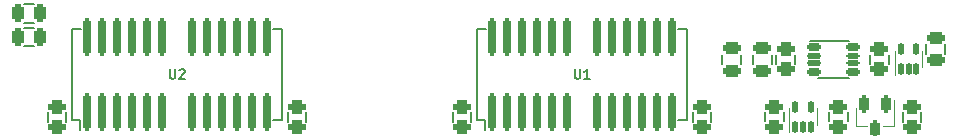
<source format=gto>
G04 #@! TF.GenerationSoftware,KiCad,Pcbnew,7.0.1-0*
G04 #@! TF.CreationDate,2023-11-01T19:37:55-04:00*
G04 #@! TF.ProjectId,GW4194,47573431-3934-42e6-9b69-6361645f7063,1.1-SOJ-DC*
G04 #@! TF.SameCoordinates,Original*
G04 #@! TF.FileFunction,Legend,Top*
G04 #@! TF.FilePolarity,Positive*
%FSLAX46Y46*%
G04 Gerber Fmt 4.6, Leading zero omitted, Abs format (unit mm)*
G04 Created by KiCad (PCBNEW 7.0.1-0) date 2023-11-01 19:37:55*
%MOMM*%
%LPD*%
G01*
G04 APERTURE LIST*
G04 Aperture macros list*
%AMRoundRect*
0 Rectangle with rounded corners*
0 $1 Rounding radius*
0 $2 $3 $4 $5 $6 $7 $8 $9 X,Y pos of 4 corners*
0 Add a 4 corners polygon primitive as box body*
4,1,4,$2,$3,$4,$5,$6,$7,$8,$9,$2,$3,0*
0 Add four circle primitives for the rounded corners*
1,1,$1+$1,$2,$3*
1,1,$1+$1,$4,$5*
1,1,$1+$1,$6,$7*
1,1,$1+$1,$8,$9*
0 Add four rect primitives between the rounded corners*
20,1,$1+$1,$2,$3,$4,$5,0*
20,1,$1+$1,$4,$5,$6,$7,0*
20,1,$1+$1,$6,$7,$8,$9,0*
20,1,$1+$1,$8,$9,$2,$3,0*%
G04 Aperture macros list end*
%ADD10C,0.203200*%
%ADD11C,0.152400*%
%ADD12C,0.120000*%
%ADD13C,0.200000*%
%ADD14C,0.127000*%
%ADD15RoundRect,0.312500X-0.437500X0.262500X-0.437500X-0.262500X0.437500X-0.262500X0.437500X0.262500X0*%
%ADD16RoundRect,0.312500X0.437500X-0.262500X0.437500X0.262500X-0.437500X0.262500X-0.437500X-0.262500X0*%
%ADD17C,0.952400*%
%ADD18RoundRect,0.520700X-0.444500X-0.825500X0.444500X-0.825500X0.444500X0.825500X-0.444500X0.825500X0*%
%ADD19RoundRect,0.262500X0.212500X0.487500X-0.212500X0.487500X-0.212500X-0.487500X0.212500X-0.487500X0*%
%ADD20RoundRect,0.262500X-0.212500X-0.487500X0.212500X-0.487500X0.212500X0.487500X-0.212500X0.487500X0*%
%ADD21RoundRect,0.262500X-0.487500X0.212500X-0.487500X-0.212500X0.487500X-0.212500X0.487500X0.212500X0*%
%ADD22RoundRect,0.140000X0.100000X-0.400000X0.100000X0.400000X-0.100000X0.400000X-0.100000X-0.400000X0*%
%ADD23RoundRect,0.250000X-0.200000X0.475000X-0.200000X-0.475000X0.200000X-0.475000X0.200000X0.475000X0*%
%ADD24RoundRect,0.262500X0.487500X-0.212500X0.487500X0.212500X-0.487500X0.212500X-0.487500X-0.212500X0*%
%ADD25RoundRect,0.200000X0.150000X-1.374000X0.150000X1.374000X-0.150000X1.374000X-0.150000X-1.374000X0*%
%ADD26RoundRect,0.186300X-0.425000X-0.150000X0.425000X-0.150000X0.425000X0.150000X-0.425000X0.150000X0*%
%ADD27RoundRect,0.136300X-0.475000X-0.100000X0.475000X-0.100000X0.475000X0.100000X-0.475000X0.100000X0*%
%ADD28RoundRect,0.148800X-0.462500X-0.112500X0.462500X-0.112500X0.462500X0.112500X-0.462500X0.112500X0*%
G04 APERTURE END LIST*
D10*
X128920723Y-89225216D02*
X128920723Y-89883197D01*
X128920723Y-89883197D02*
X128959428Y-89960607D01*
X128959428Y-89960607D02*
X128998133Y-89999312D01*
X128998133Y-89999312D02*
X129075542Y-90038016D01*
X129075542Y-90038016D02*
X129230361Y-90038016D01*
X129230361Y-90038016D02*
X129307771Y-89999312D01*
X129307771Y-89999312D02*
X129346476Y-89960607D01*
X129346476Y-89960607D02*
X129385180Y-89883197D01*
X129385180Y-89883197D02*
X129385180Y-89225216D01*
X130197981Y-90038016D02*
X129733524Y-90038016D01*
X129965752Y-90038016D02*
X129965752Y-89225216D01*
X129965752Y-89225216D02*
X129888343Y-89341331D01*
X129888343Y-89341331D02*
X129810933Y-89418740D01*
X129810933Y-89418740D02*
X129733524Y-89457445D01*
X94630723Y-89225216D02*
X94630723Y-89883197D01*
X94630723Y-89883197D02*
X94669428Y-89960607D01*
X94669428Y-89960607D02*
X94708133Y-89999312D01*
X94708133Y-89999312D02*
X94785542Y-90038016D01*
X94785542Y-90038016D02*
X94940361Y-90038016D01*
X94940361Y-90038016D02*
X95017771Y-89999312D01*
X95017771Y-89999312D02*
X95056476Y-89960607D01*
X95056476Y-89960607D02*
X95095180Y-89883197D01*
X95095180Y-89883197D02*
X95095180Y-89225216D01*
X95443524Y-89302626D02*
X95482228Y-89263921D01*
X95482228Y-89263921D02*
X95559638Y-89225216D01*
X95559638Y-89225216D02*
X95753162Y-89225216D01*
X95753162Y-89225216D02*
X95830571Y-89263921D01*
X95830571Y-89263921D02*
X95869276Y-89302626D01*
X95869276Y-89302626D02*
X95907981Y-89380035D01*
X95907981Y-89380035D02*
X95907981Y-89457445D01*
X95907981Y-89457445D02*
X95869276Y-89573559D01*
X95869276Y-89573559D02*
X95404819Y-90038016D01*
X95404819Y-90038016D02*
X95907981Y-90038016D01*
D11*
X85890000Y-92850600D02*
X85890000Y-93663400D01*
X84290000Y-92850600D02*
X84290000Y-93663400D01*
X106210000Y-92850600D02*
X106210000Y-93663400D01*
X104610000Y-92850600D02*
X104610000Y-93663400D01*
X120180000Y-92850600D02*
X120180000Y-93663400D01*
X118580000Y-92850600D02*
X118580000Y-93663400D01*
X156680000Y-93663400D02*
X156680000Y-92850600D01*
X158280000Y-93663400D02*
X158280000Y-92850600D01*
X83106400Y-87300000D02*
X82293600Y-87300000D01*
X83106400Y-85700000D02*
X82293600Y-85700000D01*
X82293600Y-83700000D02*
X83106400Y-83700000D01*
X82293600Y-85300000D02*
X83106400Y-85300000D01*
X147600000Y-87993600D02*
X147600000Y-88806400D01*
X146000000Y-87993600D02*
X146000000Y-88806400D01*
X145600000Y-87993600D02*
X145600000Y-88806400D01*
X144000000Y-87993600D02*
X144000000Y-88806400D01*
D12*
X147090000Y-92520000D02*
X147090000Y-94550000D01*
X149410000Y-93930000D02*
X149410000Y-92520000D01*
X156040000Y-87670000D02*
X156040000Y-89700000D01*
X158360000Y-89080000D02*
X158360000Y-87670000D01*
D11*
X155500000Y-87993600D02*
X155500000Y-88806400D01*
X153900000Y-87993600D02*
X153900000Y-88806400D01*
D12*
X152770000Y-94010000D02*
X153700000Y-94010000D01*
X152770000Y-94010000D02*
X152770000Y-92550000D01*
X155930000Y-94010000D02*
X155000000Y-94010000D01*
X155930000Y-94010000D02*
X155930000Y-91850000D01*
D11*
X152050000Y-92843600D02*
X152050000Y-93656400D01*
X150450000Y-92843600D02*
X150450000Y-93656400D01*
X141400000Y-88806400D02*
X141400000Y-87993600D01*
X143000000Y-88806400D02*
X143000000Y-87993600D01*
X146600000Y-92843600D02*
X146600000Y-93656400D01*
X145000000Y-92843600D02*
X145000000Y-93656400D01*
D13*
X120650000Y-93537000D02*
X121300000Y-93537000D01*
X120650000Y-93537000D02*
X120650000Y-85787000D01*
X121300000Y-93537000D02*
X121300000Y-94362000D01*
X138430000Y-93537000D02*
X137685000Y-93537000D01*
X138430000Y-93537000D02*
X138430000Y-85787000D01*
X120650000Y-85787000D02*
X121395000Y-85787000D01*
X138430000Y-85787000D02*
X137685000Y-85787000D01*
X86360000Y-93537000D02*
X87010000Y-93537000D01*
X86360000Y-93537000D02*
X86360000Y-85787000D01*
X87010000Y-93537000D02*
X87010000Y-94362000D01*
X104140000Y-93537000D02*
X103395000Y-93537000D01*
X104140000Y-93537000D02*
X104140000Y-85787000D01*
X86360000Y-85787000D02*
X87105000Y-85787000D01*
X104140000Y-85787000D02*
X103395000Y-85787000D01*
D11*
X140500000Y-92850600D02*
X140500000Y-93663400D01*
X138900000Y-92850600D02*
X138900000Y-93663400D01*
D14*
X148850000Y-86800000D02*
X152150000Y-86800000D01*
X152150000Y-90000000D02*
X149550000Y-90000000D01*
D11*
X160300000Y-87093600D02*
X160300000Y-87906400D01*
X158700000Y-87093600D02*
X158700000Y-87906400D01*
%LPC*%
D15*
X85090000Y-92407000D03*
X85090000Y-94107000D03*
X105410000Y-92407000D03*
X105410000Y-94107000D03*
X119380000Y-92407000D03*
X119380000Y-94107000D03*
D16*
X157480000Y-94107000D03*
X157480000Y-92407000D03*
D17*
X83820000Y-98806000D03*
D18*
X83820000Y-100076000D03*
D17*
X86360000Y-98806000D03*
D18*
X86360000Y-100076000D03*
D17*
X88900000Y-98806000D03*
D18*
X88900000Y-100076000D03*
D17*
X91440000Y-98806000D03*
D18*
X91440000Y-100076000D03*
D17*
X93980000Y-98806000D03*
D18*
X93980000Y-100076000D03*
D17*
X96520000Y-98806000D03*
D18*
X96520000Y-100076000D03*
D17*
X99060000Y-98806000D03*
D18*
X99060000Y-100076000D03*
D17*
X101600000Y-98806000D03*
D18*
X101600000Y-100076000D03*
D17*
X104140000Y-98806000D03*
D18*
X104140000Y-100076000D03*
D17*
X106680000Y-98806000D03*
D18*
X106680000Y-100076000D03*
D17*
X109220000Y-98806000D03*
D18*
X109220000Y-100076000D03*
D17*
X111760000Y-98806000D03*
D18*
X111760000Y-100076000D03*
D17*
X114300000Y-98806000D03*
D18*
X114300000Y-100076000D03*
D17*
X116840000Y-98806000D03*
D18*
X116840000Y-100076000D03*
D17*
X119380000Y-98806000D03*
D18*
X119380000Y-100076000D03*
D17*
X121920000Y-98806000D03*
D18*
X121920000Y-100076000D03*
D17*
X124460000Y-98806000D03*
D18*
X124460000Y-100076000D03*
D17*
X127000000Y-98806000D03*
D18*
X127000000Y-100076000D03*
D17*
X129540000Y-98806000D03*
D18*
X129540000Y-100076000D03*
D17*
X132080000Y-98806000D03*
D18*
X132080000Y-100076000D03*
D17*
X134620000Y-98806000D03*
D18*
X134620000Y-100076000D03*
D17*
X137160000Y-98806000D03*
D18*
X137160000Y-100076000D03*
D17*
X139700000Y-98806000D03*
D18*
X139700000Y-100076000D03*
D17*
X142240000Y-98806000D03*
D18*
X142240000Y-100076000D03*
D17*
X144780000Y-98806000D03*
D18*
X144780000Y-100076000D03*
D17*
X147320000Y-98806000D03*
D18*
X147320000Y-100076000D03*
D17*
X149860000Y-98806000D03*
D18*
X149860000Y-100076000D03*
D17*
X152400000Y-98806000D03*
D18*
X152400000Y-100076000D03*
D17*
X154940000Y-98806000D03*
D18*
X154940000Y-100076000D03*
D17*
X157480000Y-98806000D03*
D18*
X157480000Y-100076000D03*
D19*
X83650000Y-86500000D03*
X81750000Y-86500000D03*
D20*
X81750000Y-84500000D03*
X83650000Y-84500000D03*
D15*
X146800000Y-87550000D03*
X146800000Y-89250000D03*
D21*
X144800000Y-87450000D03*
X144800000Y-89350000D03*
D22*
X147600000Y-94100000D03*
X148250000Y-94100000D03*
X148900000Y-94100000D03*
X148900000Y-92400000D03*
X147600000Y-92400000D03*
X156550000Y-89250000D03*
X157200000Y-89250000D03*
X157850000Y-89250000D03*
X157850000Y-87550000D03*
X156550000Y-87550000D03*
D15*
X154700000Y-87550000D03*
X154700000Y-89250000D03*
D23*
X155300000Y-92200000D03*
X153400000Y-92200000D03*
X154350000Y-94300000D03*
D15*
X151250000Y-92400000D03*
X151250000Y-94100000D03*
D24*
X142200000Y-89350000D03*
X142200000Y-87450000D03*
D15*
X145800000Y-92400000D03*
X145800000Y-94100000D03*
D25*
X121920000Y-92837000D03*
X123190000Y-92837000D03*
X124460000Y-92837000D03*
X125730000Y-92837000D03*
X127000000Y-92837000D03*
X128270000Y-92837000D03*
X130810000Y-92837000D03*
X132080000Y-92837000D03*
X133350000Y-92837000D03*
X134620000Y-92837000D03*
X135890000Y-92837000D03*
X137160000Y-92837000D03*
X137160000Y-86487000D03*
X135890000Y-86487000D03*
X134620000Y-86487000D03*
X133350000Y-86487000D03*
X132080000Y-86487000D03*
X130810000Y-86487000D03*
X128270000Y-86487000D03*
X127000000Y-86487000D03*
X125730000Y-86487000D03*
X124460000Y-86487000D03*
X123190000Y-86487000D03*
X121920000Y-86487000D03*
X87630000Y-92837000D03*
X88900000Y-92837000D03*
X90170000Y-92837000D03*
X91440000Y-92837000D03*
X92710000Y-92837000D03*
X93980000Y-92837000D03*
X96520000Y-92837000D03*
X97790000Y-92837000D03*
X99060000Y-92837000D03*
X100330000Y-92837000D03*
X101600000Y-92837000D03*
X102870000Y-92837000D03*
X102870000Y-86487000D03*
X101600000Y-86487000D03*
X100330000Y-86487000D03*
X99060000Y-86487000D03*
X97790000Y-86487000D03*
X96520000Y-86487000D03*
X93980000Y-86487000D03*
X92710000Y-86487000D03*
X91440000Y-86487000D03*
X90170000Y-86487000D03*
X88900000Y-86487000D03*
X87630000Y-86487000D03*
D15*
X139700000Y-92407000D03*
X139700000Y-94107000D03*
D26*
X149200000Y-87350000D03*
D27*
X149200000Y-88075000D03*
X149200000Y-88725000D03*
D26*
X149200000Y-89450000D03*
X152500000Y-89450000D03*
D28*
X152500000Y-88725000D03*
X152500000Y-88075000D03*
D26*
X152500000Y-87350000D03*
D21*
X159500000Y-86550000D03*
X159500000Y-88450000D03*
M02*

</source>
